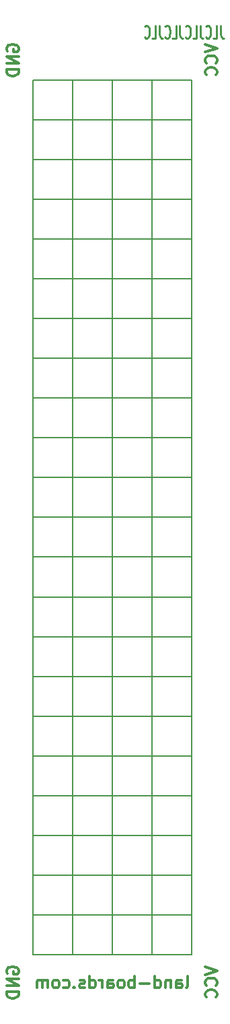
<source format=gbo>
%TF.GenerationSoftware,KiCad,Pcbnew,(6.0.1)*%
%TF.CreationDate,2022-10-04T06:00:50-04:00*%
%TF.ProjectId,EUROPANEL-6HP,4555524f-5041-44e4-954c-2d3648502e6b,rev?*%
%TF.SameCoordinates,Original*%
%TF.FileFunction,Legend,Bot*%
%TF.FilePolarity,Positive*%
%FSLAX46Y46*%
G04 Gerber Fmt 4.6, Leading zero omitted, Abs format (unit mm)*
G04 Created by KiCad (PCBNEW (6.0.1)) date 2022-10-04 06:00:50*
%MOMM*%
%LPD*%
G01*
G04 APERTURE LIST*
%ADD10C,0.150000*%
%ADD11C,0.300000*%
%ADD12C,0.250000*%
G04 APERTURE END LIST*
D10*
X85000000Y-130000000D02*
X65000000Y-130000000D01*
X65000000Y-150000000D02*
X65000000Y-40000000D01*
X85000000Y-140000000D02*
X65000000Y-140000000D01*
X85000000Y-145000000D02*
X65000000Y-145000000D01*
X85000000Y-105000000D02*
X65000000Y-105000000D01*
X85000000Y-40000000D02*
X85000000Y-150000000D01*
X85000000Y-150000000D02*
X65000000Y-150000000D01*
X85000000Y-60000000D02*
X65000000Y-60000000D01*
X85000000Y-85000000D02*
X65000000Y-85000000D01*
X85000000Y-75000000D02*
X65000000Y-75000000D01*
X85000000Y-110000000D02*
X65000000Y-110000000D01*
X85000000Y-120000000D02*
X65000000Y-120000000D01*
X80000000Y-40000000D02*
X80000000Y-150000000D01*
X70000000Y-150000000D02*
X70000000Y-40000000D01*
X85000000Y-135000000D02*
X65000000Y-135000000D01*
X85000000Y-45000000D02*
X65000000Y-45000000D01*
X85000000Y-55000000D02*
X65000000Y-55000000D01*
X85000000Y-95000000D02*
X65000000Y-95000000D01*
X75000000Y-40000000D02*
X75000000Y-150000000D01*
X85000000Y-50000000D02*
X65000000Y-50000000D01*
X85000000Y-65000000D02*
X65000000Y-65000000D01*
X85000000Y-70000000D02*
X65000000Y-70000000D01*
X80000000Y-150000000D02*
X75000000Y-150000000D01*
X65000000Y-40000000D02*
X85000000Y-40000000D01*
X85000000Y-80000000D02*
X65000000Y-80000000D01*
X85000000Y-125000000D02*
X65000000Y-125000000D01*
X85000000Y-115000000D02*
X65000000Y-115000000D01*
X85000000Y-90000000D02*
X65000000Y-90000000D01*
X85000000Y-100000000D02*
X65000000Y-100000000D01*
D11*
X84250000Y-154178571D02*
X84392857Y-154107142D01*
X84464285Y-153964285D01*
X84464285Y-152678571D01*
X83035714Y-154178571D02*
X83035714Y-153392857D01*
X83107142Y-153250000D01*
X83250000Y-153178571D01*
X83535714Y-153178571D01*
X83678571Y-153250000D01*
X83035714Y-154107142D02*
X83178571Y-154178571D01*
X83535714Y-154178571D01*
X83678571Y-154107142D01*
X83750000Y-153964285D01*
X83750000Y-153821428D01*
X83678571Y-153678571D01*
X83535714Y-153607142D01*
X83178571Y-153607142D01*
X83035714Y-153535714D01*
X82321428Y-153178571D02*
X82321428Y-154178571D01*
X82321428Y-153321428D02*
X82250000Y-153250000D01*
X82107142Y-153178571D01*
X81892857Y-153178571D01*
X81750000Y-153250000D01*
X81678571Y-153392857D01*
X81678571Y-154178571D01*
X80321428Y-154178571D02*
X80321428Y-152678571D01*
X80321428Y-154107142D02*
X80464285Y-154178571D01*
X80750000Y-154178571D01*
X80892857Y-154107142D01*
X80964285Y-154035714D01*
X81035714Y-153892857D01*
X81035714Y-153464285D01*
X80964285Y-153321428D01*
X80892857Y-153250000D01*
X80750000Y-153178571D01*
X80464285Y-153178571D01*
X80321428Y-153250000D01*
X79607142Y-153607142D02*
X78464285Y-153607142D01*
X77750000Y-154178571D02*
X77750000Y-152678571D01*
X77750000Y-153250000D02*
X77607142Y-153178571D01*
X77321428Y-153178571D01*
X77178571Y-153250000D01*
X77107142Y-153321428D01*
X77035714Y-153464285D01*
X77035714Y-153892857D01*
X77107142Y-154035714D01*
X77178571Y-154107142D01*
X77321428Y-154178571D01*
X77607142Y-154178571D01*
X77750000Y-154107142D01*
X76178571Y-154178571D02*
X76321428Y-154107142D01*
X76392857Y-154035714D01*
X76464285Y-153892857D01*
X76464285Y-153464285D01*
X76392857Y-153321428D01*
X76321428Y-153250000D01*
X76178571Y-153178571D01*
X75964285Y-153178571D01*
X75821428Y-153250000D01*
X75750000Y-153321428D01*
X75678571Y-153464285D01*
X75678571Y-153892857D01*
X75750000Y-154035714D01*
X75821428Y-154107142D01*
X75964285Y-154178571D01*
X76178571Y-154178571D01*
X74392857Y-154178571D02*
X74392857Y-153392857D01*
X74464285Y-153250000D01*
X74607142Y-153178571D01*
X74892857Y-153178571D01*
X75035714Y-153250000D01*
X74392857Y-154107142D02*
X74535714Y-154178571D01*
X74892857Y-154178571D01*
X75035714Y-154107142D01*
X75107142Y-153964285D01*
X75107142Y-153821428D01*
X75035714Y-153678571D01*
X74892857Y-153607142D01*
X74535714Y-153607142D01*
X74392857Y-153535714D01*
X73678571Y-154178571D02*
X73678571Y-153178571D01*
X73678571Y-153464285D02*
X73607142Y-153321428D01*
X73535714Y-153250000D01*
X73392857Y-153178571D01*
X73250000Y-153178571D01*
X72107142Y-154178571D02*
X72107142Y-152678571D01*
X72107142Y-154107142D02*
X72250000Y-154178571D01*
X72535714Y-154178571D01*
X72678571Y-154107142D01*
X72750000Y-154035714D01*
X72821428Y-153892857D01*
X72821428Y-153464285D01*
X72750000Y-153321428D01*
X72678571Y-153250000D01*
X72535714Y-153178571D01*
X72250000Y-153178571D01*
X72107142Y-153250000D01*
X71464285Y-154107142D02*
X71321428Y-154178571D01*
X71035714Y-154178571D01*
X70892857Y-154107142D01*
X70821428Y-153964285D01*
X70821428Y-153892857D01*
X70892857Y-153750000D01*
X71035714Y-153678571D01*
X71250000Y-153678571D01*
X71392857Y-153607142D01*
X71464285Y-153464285D01*
X71464285Y-153392857D01*
X71392857Y-153250000D01*
X71250000Y-153178571D01*
X71035714Y-153178571D01*
X70892857Y-153250000D01*
X70178571Y-154035714D02*
X70107142Y-154107142D01*
X70178571Y-154178571D01*
X70250000Y-154107142D01*
X70178571Y-154035714D01*
X70178571Y-154178571D01*
X68821428Y-154107142D02*
X68964285Y-154178571D01*
X69250000Y-154178571D01*
X69392857Y-154107142D01*
X69464285Y-154035714D01*
X69535714Y-153892857D01*
X69535714Y-153464285D01*
X69464285Y-153321428D01*
X69392857Y-153250000D01*
X69250000Y-153178571D01*
X68964285Y-153178571D01*
X68821428Y-153250000D01*
X67964285Y-154178571D02*
X68107142Y-154107142D01*
X68178571Y-154035714D01*
X68250000Y-153892857D01*
X68250000Y-153464285D01*
X68178571Y-153321428D01*
X68107142Y-153250000D01*
X67964285Y-153178571D01*
X67750000Y-153178571D01*
X67607142Y-153250000D01*
X67535714Y-153321428D01*
X67464285Y-153464285D01*
X67464285Y-153892857D01*
X67535714Y-154035714D01*
X67607142Y-154107142D01*
X67750000Y-154178571D01*
X67964285Y-154178571D01*
X66821428Y-154178571D02*
X66821428Y-153178571D01*
X66821428Y-153321428D02*
X66750000Y-153250000D01*
X66607142Y-153178571D01*
X66392857Y-153178571D01*
X66250000Y-153250000D01*
X66178571Y-153392857D01*
X66178571Y-154178571D01*
X66178571Y-153392857D02*
X66107142Y-153250000D01*
X65964285Y-153178571D01*
X65750000Y-153178571D01*
X65607142Y-153250000D01*
X65535714Y-153392857D01*
X65535714Y-154178571D01*
X61750000Y-152357142D02*
X61678571Y-152214285D01*
X61678571Y-152000000D01*
X61750000Y-151785714D01*
X61892857Y-151642857D01*
X62035714Y-151571428D01*
X62321428Y-151500000D01*
X62535714Y-151500000D01*
X62821428Y-151571428D01*
X62964285Y-151642857D01*
X63107142Y-151785714D01*
X63178571Y-152000000D01*
X63178571Y-152142857D01*
X63107142Y-152357142D01*
X63035714Y-152428571D01*
X62535714Y-152428571D01*
X62535714Y-152142857D01*
X63178571Y-153071428D02*
X61678571Y-153071428D01*
X63178571Y-153928571D01*
X61678571Y-153928571D01*
X63178571Y-154642857D02*
X61678571Y-154642857D01*
X61678571Y-155000000D01*
X61750000Y-155214285D01*
X61892857Y-155357142D01*
X62035714Y-155428571D01*
X62321428Y-155500000D01*
X62535714Y-155500000D01*
X62821428Y-155428571D01*
X62964285Y-155357142D01*
X63107142Y-155214285D01*
X63178571Y-155000000D01*
X63178571Y-154642857D01*
X86678571Y-151500000D02*
X88178571Y-152000000D01*
X86678571Y-152500000D01*
X88035714Y-153857142D02*
X88107142Y-153785714D01*
X88178571Y-153571428D01*
X88178571Y-153428571D01*
X88107142Y-153214285D01*
X87964285Y-153071428D01*
X87821428Y-153000000D01*
X87535714Y-152928571D01*
X87321428Y-152928571D01*
X87035714Y-153000000D01*
X86892857Y-153071428D01*
X86750000Y-153214285D01*
X86678571Y-153428571D01*
X86678571Y-153571428D01*
X86750000Y-153785714D01*
X86821428Y-153857142D01*
X88035714Y-155357142D02*
X88107142Y-155285714D01*
X88178571Y-155071428D01*
X88178571Y-154928571D01*
X88107142Y-154714285D01*
X87964285Y-154571428D01*
X87821428Y-154500000D01*
X87535714Y-154428571D01*
X87321428Y-154428571D01*
X87035714Y-154500000D01*
X86892857Y-154571428D01*
X86750000Y-154714285D01*
X86678571Y-154928571D01*
X86678571Y-155071428D01*
X86750000Y-155285714D01*
X86821428Y-155357142D01*
X86678571Y-35500000D02*
X88178571Y-36000000D01*
X86678571Y-36500000D01*
X88035714Y-37857142D02*
X88107142Y-37785714D01*
X88178571Y-37571428D01*
X88178571Y-37428571D01*
X88107142Y-37214285D01*
X87964285Y-37071428D01*
X87821428Y-37000000D01*
X87535714Y-36928571D01*
X87321428Y-36928571D01*
X87035714Y-37000000D01*
X86892857Y-37071428D01*
X86750000Y-37214285D01*
X86678571Y-37428571D01*
X86678571Y-37571428D01*
X86750000Y-37785714D01*
X86821428Y-37857142D01*
X88035714Y-39357142D02*
X88107142Y-39285714D01*
X88178571Y-39071428D01*
X88178571Y-38928571D01*
X88107142Y-38714285D01*
X87964285Y-38571428D01*
X87821428Y-38500000D01*
X87535714Y-38428571D01*
X87321428Y-38428571D01*
X87035714Y-38500000D01*
X86892857Y-38571428D01*
X86750000Y-38714285D01*
X86678571Y-38928571D01*
X86678571Y-39071428D01*
X86750000Y-39285714D01*
X86821428Y-39357142D01*
X61750000Y-36357142D02*
X61678571Y-36214285D01*
X61678571Y-36000000D01*
X61750000Y-35785714D01*
X61892857Y-35642857D01*
X62035714Y-35571428D01*
X62321428Y-35500000D01*
X62535714Y-35500000D01*
X62821428Y-35571428D01*
X62964285Y-35642857D01*
X63107142Y-35785714D01*
X63178571Y-36000000D01*
X63178571Y-36142857D01*
X63107142Y-36357142D01*
X63035714Y-36428571D01*
X62535714Y-36428571D01*
X62535714Y-36142857D01*
X63178571Y-37071428D02*
X61678571Y-37071428D01*
X63178571Y-37928571D01*
X61678571Y-37928571D01*
X63178571Y-38642857D02*
X61678571Y-38642857D01*
X61678571Y-39000000D01*
X61750000Y-39214285D01*
X61892857Y-39357142D01*
X62035714Y-39428571D01*
X62321428Y-39500000D01*
X62535714Y-39500000D01*
X62821428Y-39428571D01*
X62964285Y-39357142D01*
X63107142Y-39214285D01*
X63178571Y-39000000D01*
X63178571Y-38642857D01*
D12*
X88619047Y-33123809D02*
X88619047Y-34266666D01*
X88666666Y-34495238D01*
X88761904Y-34647619D01*
X88904761Y-34723809D01*
X89000000Y-34723809D01*
X87666666Y-34723809D02*
X88142857Y-34723809D01*
X88142857Y-33123809D01*
X86761904Y-34571428D02*
X86809523Y-34647619D01*
X86952380Y-34723809D01*
X87047619Y-34723809D01*
X87190476Y-34647619D01*
X87285714Y-34495238D01*
X87333333Y-34342857D01*
X87380952Y-34038095D01*
X87380952Y-33809523D01*
X87333333Y-33504761D01*
X87285714Y-33352380D01*
X87190476Y-33200000D01*
X87047619Y-33123809D01*
X86952380Y-33123809D01*
X86809523Y-33200000D01*
X86761904Y-33276190D01*
X86047619Y-33123809D02*
X86047619Y-34266666D01*
X86095238Y-34495238D01*
X86190476Y-34647619D01*
X86333333Y-34723809D01*
X86428571Y-34723809D01*
X85095238Y-34723809D02*
X85571428Y-34723809D01*
X85571428Y-33123809D01*
X84190476Y-34571428D02*
X84238095Y-34647619D01*
X84380952Y-34723809D01*
X84476190Y-34723809D01*
X84619047Y-34647619D01*
X84714285Y-34495238D01*
X84761904Y-34342857D01*
X84809523Y-34038095D01*
X84809523Y-33809523D01*
X84761904Y-33504761D01*
X84714285Y-33352380D01*
X84619047Y-33200000D01*
X84476190Y-33123809D01*
X84380952Y-33123809D01*
X84238095Y-33200000D01*
X84190476Y-33276190D01*
X83476190Y-33123809D02*
X83476190Y-34266666D01*
X83523809Y-34495238D01*
X83619047Y-34647619D01*
X83761904Y-34723809D01*
X83857142Y-34723809D01*
X82523809Y-34723809D02*
X83000000Y-34723809D01*
X83000000Y-33123809D01*
X81619047Y-34571428D02*
X81666666Y-34647619D01*
X81809523Y-34723809D01*
X81904761Y-34723809D01*
X82047619Y-34647619D01*
X82142857Y-34495238D01*
X82190476Y-34342857D01*
X82238095Y-34038095D01*
X82238095Y-33809523D01*
X82190476Y-33504761D01*
X82142857Y-33352380D01*
X82047619Y-33200000D01*
X81904761Y-33123809D01*
X81809523Y-33123809D01*
X81666666Y-33200000D01*
X81619047Y-33276190D01*
X80904761Y-33123809D02*
X80904761Y-34266666D01*
X80952380Y-34495238D01*
X81047619Y-34647619D01*
X81190476Y-34723809D01*
X81285714Y-34723809D01*
X79952380Y-34723809D02*
X80428571Y-34723809D01*
X80428571Y-33123809D01*
X79047619Y-34571428D02*
X79095238Y-34647619D01*
X79238095Y-34723809D01*
X79333333Y-34723809D01*
X79476190Y-34647619D01*
X79571428Y-34495238D01*
X79619047Y-34342857D01*
X79666666Y-34038095D01*
X79666666Y-33809523D01*
X79619047Y-33504761D01*
X79571428Y-33352380D01*
X79476190Y-33200000D01*
X79333333Y-33123809D01*
X79238095Y-33123809D01*
X79095238Y-33200000D01*
X79047619Y-33276190D01*
M02*

</source>
